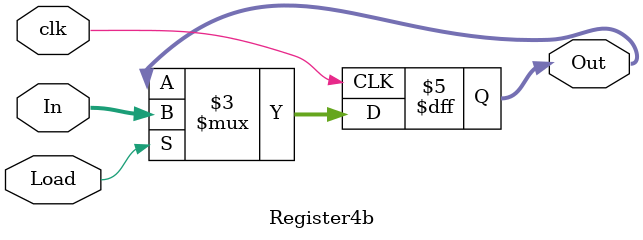
<source format=v>

`ifndef __Register4b 
`define __Register4b

module Register4b(
    clk, Load, In,
    Out
);
    input wire clk;
    input wire Load;
    input wire [3:0] In;
    output reg [3:0] Out;

    initial begin
        Out <= 0;
    end

    always @(posedge clk) begin
        if (Load) begin
            Out <= In;
        end
    end
endmodule // Register4b
`endif

</source>
